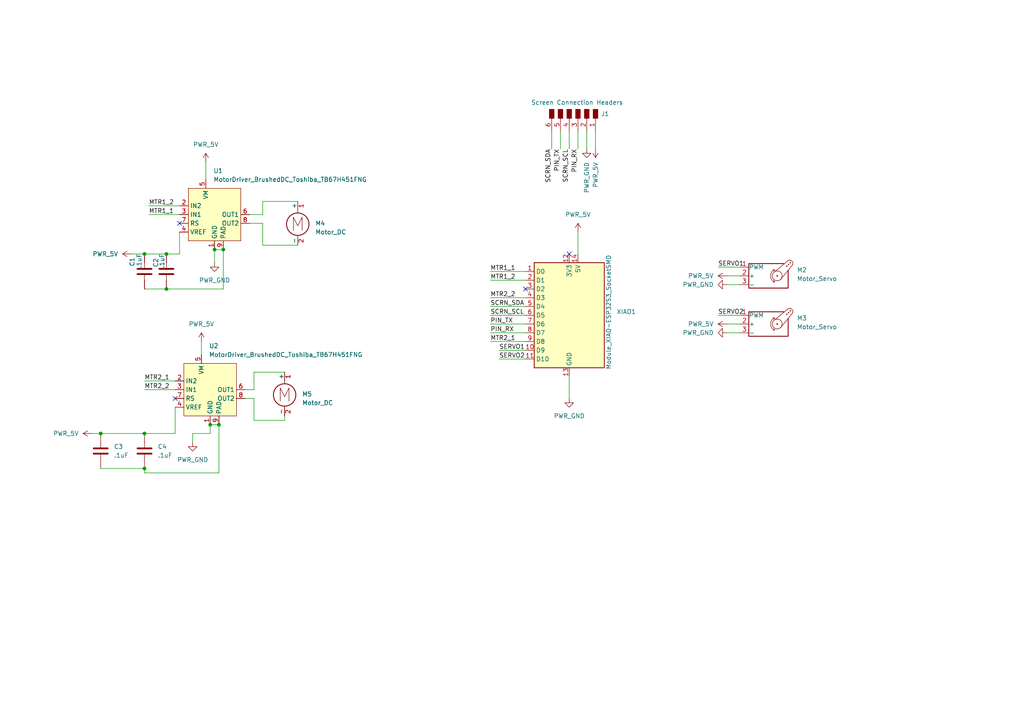
<source format=kicad_sch>
(kicad_sch (version 20231120) (generator "eeschema") (generator_version "8.0")
  (paper "A4")
  (lib_symbols
    (symbol "Motor:Motor_DC" (pin_names (offset 0))
      (property "Reference" "M" (at 2.54 2.54 0))
      (property "Value" "Motor_DC" (at 2.54 -5.08 0))
      (symbol "Motor_DC_0_0"
        (polyline (pts (xy -1.27 -3.302) (xy -1.27 0.508) (xy 0 -2.032) (xy 1.27 0.508) (xy 1.27 -3.302)))
      )
      (symbol "Motor_DC_0_1"
        (circle (center 0 -1.524) (radius 3.2512) (stroke (width 0.254)))
        (polyline (pts (xy 0 -7.62) (xy 0 -7.112)))
        (polyline (pts (xy 0 -4.7752) (xy 0 -5.1816)))
        (polyline (pts (xy 0 1.7272) (xy 0 2.0828)))
        (polyline (pts (xy 0 2.032) (xy 0 2.54)))
      )
      (symbol "Motor_DC_1_1"
        (pin passive line (at 0 5.08 270) (length 2.54) (name "+") (number "1"))
        (pin passive line (at 0 -7.62 90) (length 2.54) (name "-") (number "2"))
      )
    )
    (symbol "Motor:Motor_Servo" (pin_names (offset 0.0254))
      (property "Reference" "M" (at -5.08 4.445 0))
      (property "Value" "Motor_Servo" (at -5.08 -4.064 0))
      (symbol "Motor_Servo_0_1"
        (polyline (pts (xy 2.413 -1.778) (xy 2.032 -1.778)))
        (polyline (pts (xy 2.413 -1.778) (xy 2.286 -1.397)))
        (polyline (pts (xy 2.413 1.778) (xy 1.905 1.778)))
        (polyline (pts (xy 2.413 1.778) (xy 2.286 1.397)))
        (polyline (pts (xy 6.35 4.445) (xy 2.54 1.27)))
        (polyline (pts (xy 7.62 3.175) (xy 4.191 -1.016)))
        (polyline (pts (xy 5.08 3.556) (xy -5.08 3.556) (xy -5.08 -3.556) (xy 6.35 -3.556) (xy 6.35 1.524)) (stroke (width 0.254)))
        (arc (start 2.413 1.778) (mid 1.2406 0) (end 2.413 -1.778))
        (circle (center 3.175 0) (radius 0.1778))
        (circle (center 3.175 0) (radius 1.4224))
        (circle (center 5.969 2.794) (radius 0.127))
        (circle (center 6.477 3.302) (radius 0.127))
        (circle (center 6.985 3.81) (radius 0.127))
        (arc (start 7.62 3.175) (mid 7.4485 4.2735) (end 6.35 4.445))
      )
      (symbol "Motor_Servo_1_1"
        (pin passive line (at -7.62 2.54 0) (length 2.54) (name "PWM") (number "1"))
        (pin passive line (at -7.62 0 0) (length 2.54) (name "+") (number "2"))
        (pin passive line (at -7.62 -2.54 0) (length 2.54) (name "-") (number "3"))
      )
    )
    (symbol "fab:C_1206" (pin_numbers hide)
      (property "Reference" "C" (at 0.635 2.54 0))
      (property "Value" "C_1206" (at 0.635 -2.54 0))
      (symbol "C_1206_0_1"
        (polyline (pts (xy -2.032 -0.762) (xy 2.032 -0.762)) (stroke (width 0.508)))
        (polyline (pts (xy -2.032 0.762) (xy 2.032 0.762)) (stroke (width 0.508)))
        (polyline (pts (xy 0 -0.635) (xy 0 -2.54)))
        (polyline (pts (xy 0 0.635) (xy 0 2.54)))
      )
      (symbol "C_1206_1_1"
        (pin passive line (at 0 5.08 270) (length 2.54) (name "~") (number "1"))
        (pin passive line (at 0 -5.08 90) (length 2.54) (name "~") (number "2"))
      )
    )
    (symbol "fab:Conn_PinHeader_1x06_P2.54mm_Horizontal_SMD" (pin_names hide)
      (property "Reference" "J" (at 0 7.62 0))
      (property "Value" "Conn_PinHeader_1x06_P2.54mm_Horizontal_SMD" (at 0 -10.16 0))
      (symbol "Conn_PinHeader_1x06_P2.54mm_Horizontal_SMD_1_1"
        (rectangle (start -1.27 -6.985) (end 1.27 -8.255) (stroke (width 0.254)) (fill (type outline)))
        (rectangle (start -1.27 -4.445) (end 1.27 -5.715) (stroke (width 0.254)) (fill (type outline)))
        (rectangle (start -1.27 -1.905) (end 1.27 -3.175) (stroke (width 0.254)) (fill (type outline)))
        (rectangle (start -1.27 0.635) (end 1.27 -0.635) (stroke (width 0.254)) (fill (type outline)))
        (rectangle (start -1.27 3.175) (end 1.27 1.905) (stroke (width 0.254)) (fill (type outline)))
        (rectangle (start -1.27 5.715) (end 1.27 4.445) (stroke (width 0.254)) (fill (type outline)))
        (pin passive line (at 5.08 5.08 180) (length 3.81) (name "Pin_1") (number "1"))
        (pin passive line (at 5.08 2.54 180) (length 3.81) (name "Pin_2") (number "2"))
        (pin passive line (at 5.08 0 180) (length 3.81) (name "Pin_3") (number "3"))
        (pin passive line (at 5.08 -2.54 180) (length 3.81) (name "Pin_4") (number "4"))
        (pin passive line (at 5.08 -5.08 180) (length 3.81) (name "Pin_5") (number "5"))
        (pin passive line (at 5.08 -7.62 180) (length 3.81) (name "Pin_6") (number "6"))
      )
    )
    (symbol "fab:Module_XIAO-ESP32S3_SocketSMD"
      (property "Reference" "M" (at -10.16 16.51 0))
      (property "Value" "Module_XIAO-ESP32S3_SocketSMD" (at 3.81 16.51 0))
      (symbol "Module_XIAO-ESP32S3_SocketSMD_1_1"
        (rectangle (start -10.16 15.24) (end 10.16 -15.24) (stroke (width 0.254)) (fill (type background)))
        (pin bidirectional line (at -12.7 12.7 0) (length 2.54) (name "D0") (number "1"))
        (pin bidirectional line (at -12.7 -10.16 0) (length 2.54) (name "D9") (number "10"))
        (pin bidirectional line (at -12.7 -12.7 0) (length 2.54) (name "D10") (number "11"))
        (pin power_in line (at 0 17.78 270) (length 2.54) (name "3V3") (number "12"))
        (pin power_in line (at 0 -17.78 90) (length 2.54) (name "GND") (number "13"))
        (pin power_in line (at 2.54 17.78 270) (length 2.54) (name "5V") (number "14"))
        (pin bidirectional line (at -12.7 10.16 0) (length 2.54) (name "D1") (number "2"))
        (pin bidirectional line (at -12.7 7.62 0) (length 2.54) (name "D2") (number "3"))
        (pin bidirectional line (at -12.7 5.08 0) (length 2.54) (name "D3") (number "4"))
        (pin bidirectional line (at -12.7 2.54 0) (length 2.54) (name "D4") (number "5"))
        (pin bidirectional line (at -12.7 0 0) (length 2.54) (name "D5") (number "6"))
        (pin bidirectional line (at -12.7 -2.54 0) (length 2.54) (name "D6") (number "7"))
        (pin bidirectional line (at -12.7 -5.08 0) (length 2.54) (name "D7") (number "8"))
        (pin bidirectional line (at -12.7 -7.62 0) (length 2.54) (name "D8") (number "9"))
      )
    )
    (symbol "fab:MotorDriver_BrushedDC_Toshiba_TB67H451FNG"
      (property "Reference" "U" (at -7.62 8.89 0))
      (property "Value" "MotorDriver_BrushedDC_Toshiba_TB67H451FNG" (at 1.27 8.89 0))
      (symbol "MotorDriver_BrushedDC_Toshiba_TB67H451FNG_1_1"
        (rectangle (start -7.62 7.62) (end 7.62 -7.62) (fill (type background)))
        (pin power_in line (at 0 -10.16 90) (length 2.54) (name "GND") (number "1"))
        (pin input line (at -10.16 2.54 0) (length 2.54) (name "IN2") (number "2"))
        (pin input line (at -10.16 0 0) (length 2.54) (name "IN1") (number "3"))
        (pin input line (at -10.16 -5.08 0) (length 2.54) (name "VREF") (number "4"))
        (pin power_in line (at -2.54 10.16 270) (length 2.54) (name "VM") (number "5"))
        (pin output line (at 10.16 0 180) (length 2.54) (name "OUT1") (number "6"))
        (pin input line (at -10.16 -2.54 0) (length 2.54) (name "RS") (number "7"))
        (pin output line (at 10.16 -2.54 180) (length 2.54) (name "OUT2") (number "8"))
        (pin power_in line (at 2.54 -10.16 90) (length 2.54) (name "PAD") (number "9"))
      )
    )
    (symbol "fab:PWR_5V" (power) (pin_names (offset 0))
      (property "Value" "PWR_5V" (at 0 3.556 0))
      (symbol "PWR_5V_0_1"
        (polyline (pts (xy -0.762 1.27) (xy 0 2.54)))
        (polyline (pts (xy 0 0) (xy 0 2.54)))
        (polyline (pts (xy 0 2.54) (xy 0.762 1.27)))
      )
      (symbol "PWR_5V_1_1"
        (pin power_in line (at 0 0 90) (length 0) hide (name "PWR_5V") (number "1"))
      )
    )
    (symbol "fab:PWR_GND" (power) (pin_names (offset 0))
      (property "Value" "PWR_GND" (at 0 -3.81 0))
      (symbol "PWR_GND_0_1"
        (polyline (pts (xy 0 0) (xy 0 -1.27) (xy 1.27 -1.27) (xy 0 -2.54) (xy -1.27 -1.27) (xy 0 -1.27)))
      )
      (symbol "PWR_GND_1_1"
        (pin power_in line (at 0 0 270) (length 0) hide (name "PWR_GND") (number "1"))
      )
    )
  )
  (junction (at 41.91 125.73))
  (junction (at 64.77 72.39))
  (junction (at 48.26 83.82))
  (junction (at 63.5 123.19))
  (junction (at 62.23 72.39))
  (junction (at 48.26 73.66))
  (junction (at 41.91 135.89))
  (junction (at 60.96 123.19))
  (junction (at 41.91 73.66))
  (junction (at 29.21 125.73))
  (no_connect (at 52.07 64.77))
  (no_connect (at 152.4 83.82))
  (no_connect (at 50.8 115.57))
  (no_connect (at 165.1 73.66))
  (wire (pts (xy 210.82 93.98) (xy 214.63 93.98)))
  (wire (pts (xy 142.24 86.36) (xy 152.4 86.36)))
  (wire (pts (xy 142.24 91.44) (xy 152.4 91.44)))
  (wire (pts (xy 73.66 107.95) (xy 82.55 107.95)))
  (wire (pts (xy 76.2 58.42) (xy 86.36 58.42)))
  (wire (pts (xy 144.78 104.14) (xy 152.4 104.14)))
  (wire (pts (xy 172.72 38.1) (xy 172.72 43.18)))
  (wire (pts (xy 72.39 64.77) (xy 76.2 64.77)))
  (wire (pts (xy 72.39 62.23) (xy 76.2 62.23)))
  (wire (pts (xy 29.21 135.89) (xy 41.91 135.89)))
  (wire (pts (xy 52.07 67.31) (xy 52.07 73.66)))
  (wire (pts (xy 41.91 125.73) (xy 50.8 125.73)))
  (wire (pts (xy 142.24 88.9) (xy 152.4 88.9)))
  (wire (pts (xy 144.78 101.6) (xy 152.4 101.6)))
  (wire (pts (xy 55.88 125.73) (xy 60.96 125.73)))
  (wire (pts (xy 167.64 38.1) (xy 167.64 43.18)))
  (wire (pts (xy 142.24 81.28) (xy 152.4 81.28)))
  (wire (pts (xy 71.12 113.03) (xy 73.66 113.03)))
  (wire (pts (xy 142.24 93.98) (xy 152.4 93.98)))
  (wire (pts (xy 73.66 115.57) (xy 73.66 121.92)))
  (wire (pts (xy 62.23 72.39) (xy 64.77 72.39)))
  (wire (pts (xy 142.24 96.52) (xy 152.4 96.52)))
  (wire (pts (xy 38.1 73.66) (xy 41.91 73.66)))
  (wire (pts (xy 43.18 62.23) (xy 52.07 62.23)))
  (wire (pts (xy 41.91 73.66) (xy 48.26 73.66)))
  (wire (pts (xy 52.07 73.66) (xy 48.26 73.66)))
  (wire (pts (xy 76.2 64.77) (xy 76.2 71.12)))
  (wire (pts (xy 60.96 123.19) (xy 63.5 123.19)))
  (wire (pts (xy 41.91 113.03) (xy 50.8 113.03)))
  (wire (pts (xy 76.2 71.12) (xy 86.36 71.12)))
  (wire (pts (xy 142.24 78.74) (xy 152.4 78.74)))
  (wire (pts (xy 162.56 38.1) (xy 162.56 43.18)))
  (wire (pts (xy 73.66 121.92) (xy 82.55 121.92)))
  (wire (pts (xy 62.23 76.2) (xy 62.23 72.39)))
  (wire (pts (xy 210.82 82.55) (xy 214.63 82.55)))
  (wire (pts (xy 60.96 123.19) (xy 60.96 125.73)))
  (wire (pts (xy 82.55 121.92) (xy 82.55 120.65)))
  (wire (pts (xy 41.91 110.49) (xy 50.8 110.49)))
  (wire (pts (xy 64.77 83.82) (xy 48.26 83.82)))
  (wire (pts (xy 50.8 118.11) (xy 50.8 125.73)))
  (wire (pts (xy 41.91 83.82) (xy 48.26 83.82)))
  (wire (pts (xy 43.18 59.69) (xy 52.07 59.69)))
  (wire (pts (xy 71.12 115.57) (xy 73.66 115.57)))
  (wire (pts (xy 29.21 125.73) (xy 41.91 125.73)))
  (wire (pts (xy 59.69 46.99) (xy 59.69 52.07)))
  (wire (pts (xy 58.42 99.06) (xy 58.42 102.87)))
  (wire (pts (xy 210.82 96.52) (xy 214.63 96.52)))
  (wire (pts (xy 26.67 125.73) (xy 29.21 125.73)))
  (wire (pts (xy 165.1 38.1) (xy 165.1 43.18)))
  (wire (pts (xy 73.66 113.03) (xy 73.66 107.95)))
  (wire (pts (xy 170.18 38.1) (xy 170.18 43.18)))
  (wire (pts (xy 63.5 123.19) (xy 63.5 137.16)))
  (wire (pts (xy 210.82 80.01) (xy 214.63 80.01)))
  (wire (pts (xy 167.64 67.31) (xy 167.64 73.66)))
  (wire (pts (xy 208.28 77.47) (xy 214.63 77.47)))
  (wire (pts (xy 165.1 109.22) (xy 165.1 115.57)))
  (wire (pts (xy 64.77 72.39) (xy 64.77 83.82)))
  (wire (pts (xy 76.2 62.23) (xy 76.2 58.42)))
  (wire (pts (xy 55.88 128.27) (xy 55.88 125.73)))
  (wire (pts (xy 41.91 137.16) (xy 41.91 135.89)))
  (wire (pts (xy 160.02 38.1) (xy 160.02 43.18)))
  (wire (pts (xy 208.28 91.44) (xy 214.63 91.44)))
  (wire (pts (xy 63.5 137.16) (xy 41.91 137.16)))
  (wire (pts (xy 142.24 99.06) (xy 152.4 99.06)))
  (label "PIN_RX" (at 167.64 43.18 270))
  (label "MTR2_1" (at 142.24 99.06 0))
  (label "SERVO2" (at 144.78 104.14 0))
  (label "MTR2_2" (at 41.91 113.03 0))
  (label "PIN_TX" (at 142.24 93.98 0))
  (label "SCRN_SDA" (at 142.24 88.9 0))
  (label "SCRN_SCL" (at 165.1 43.18 270))
  (label "MTR1_1" (at 142.24 78.74 0))
  (label "MTR2_2" (at 142.24 86.36 0))
  (label "PIN_RX" (at 142.24 96.52 0))
  (label "MTR1_2" (at 142.24 81.28 0))
  (label "SERVO1" (at 144.78 101.6 0))
  (label "SCRN_SCL" (at 142.24 91.44 0))
  (label "MTR2_1" (at 41.91 110.49 0))
  (label "SERVO2" (at 208.28 91.44 0))
  (label "SERVO1" (at 208.28 77.47 0))
  (label "MTR1_2" (at 43.18 59.69 0))
  (label "SCRN_SDA" (at 160.02 43.18 270))
  (label "MTR1_1" (at 43.18 62.23 0))
  (label "PIN_TX" (at 162.56 43.18 270))
  (symbol (lib_id "fab:PWR_5V") (at 38.1 73.66 90) (unit 1)
    (property "Reference" "#PWR011" (effects (hide yes)))
    (property "Value" "PWR_5V" (at 34.29 73.6599 90) (effects (justify left)))
    (property "Description" "Power symbol creates a global label with name \"+5V\"" (effects (hide yes)))
  )
  (symbol (lib_id "fab:PWR_5V") (at 58.42 99.06 0) (unit 1)
    (property "Reference" "#PWR012" (effects (hide yes)))
    (property "Value" "PWR_5V" (at 58.42 93.98 0))
    (property "Description" "Power symbol creates a global label with name \"+5V\"" (effects (hide yes)))
  )
  (symbol (lib_id "fab:PWR_5V") (at 210.82 80.01 90) (unit 1)
    (property "Reference" "#PWR03" (effects (hide yes)))
    (property "Value" "PWR_5V" (at 207.01 80.0099 90) (effects (justify left)))
    (property "Description" "Power symbol creates a global label with name \"+5V\"" (effects (hide yes)))
  )
  (symbol (lib_id "fab:PWR_GND") (at 210.82 96.52 270) (unit 1)
    (property "Reference" "#PWR05" (effects (hide yes)))
    (property "Value" "PWR_GND" (at 207.01 96.5199 90) (effects (justify right)))
    (property "Description" "Power symbol creates a global label with name \"GND\" , ground" (effects (hide yes)))
  )
  (symbol (lib_id "fab:PWR_GND") (at 165.1 115.57 0) (unit 1)
    (property "Reference" "#PWR02" (effects (hide yes)))
    (property "Value" "PWR_GND" (at 165.1 120.65 0))
    (property "Description" "Power symbol creates a global label with name \"GND\" , ground" (effects (hide yes)))
  )
  (symbol (lib_id "fab:PWR_5V") (at 59.69 46.99 0) (unit 1)
    (property "Reference" "#PWR09" (effects (hide yes)))
    (property "Value" "PWR_5V" (at 59.69 41.91 0))
    (property "Description" "Power symbol creates a global label with name \"+5V\"" (effects (hide yes)))
  )
  (symbol (lib_id "fab:PWR_GND") (at 210.82 82.55 270) (unit 1)
    (property "Reference" "#PWR06" (effects (hide yes)))
    (property "Value" "PWR_GND" (at 207.01 82.5499 90) (effects (justify right)))
    (property "Description" "Power symbol creates a global label with name \"GND\" , ground" (effects (hide yes)))
  )
  (symbol (lib_id "fab:C_1206") (at 48.26 78.74 0) (unit 1)
    (property "Reference" "C2" (at 45.212 76.2 90))
    (property "Value" ".1uF" (at 46.99 75.692 90))
    (property "Footprint" "fab:C_1206" (effects (hide yes)))
    (property "Datasheet" "https://www.yageo.com/upload/media/product/productsearch/datasheet/mlcc/UPY-GP_NP0_16V-to-50V_18.pdf" (effects (hide yes)))
    (property "Description" "Unpolarized capacitor, SMD, 1206" (effects (hide yes)))
  )
  (symbol (lib_id "fab:PWR_GND") (at 55.88 128.27 0) (unit 1)
    (property "Reference" "#PWR013" (effects (hide yes)))
    (property "Value" "PWR_GND" (at 55.88 133.35 0))
    (property "Description" "Power symbol creates a global label with name \"GND\" , ground" (effects (hide yes)))
  )
  (symbol (lib_id "fab:PWR_5V") (at 167.64 67.31 0) (unit 1)
    (property "Reference" "#PWR01" (effects (hide yes)))
    (property "Value" "PWR_5V" (at 167.64 62.23 0))
    (property "Description" "Power symbol creates a global label with name \"+5V\"" (effects (hide yes)))
  )
  (symbol (lib_id "Motor:Motor_Servo") (at 222.25 93.98 0) (unit 1)
    (property "Reference" "M3" (at 231.14 92.2765 0) (effects (justify left)))
    (property "Value" "Motor_Servo" (at 231.14 94.8165 0) (effects (justify left)))
    (property "Footprint" "fab:PinSocket_1x03_P2.54mm_Vertical_SMD" (effects (hide yes)))
    (property "Datasheet" "http://forums.parallax.com/uploads/attachments/46831/74481.png" (effects (hide yes)))
    (property "Description" "Servo Motor (Futaba, HiTec, JR connector)" (effects (hide yes)))
  )
  (symbol (lib_id "fab:Module_XIAO-ESP32S3_SocketSMD") (at 165.1 91.44 0) (unit 1)
    (property "Reference" "XIAO1" (at 178.816 90.424 0) (effects (justify left)))
    (property "Value" "Module_XIAO-ESP32S3_SocketSMD" (at 176.53 107.188 90) (effects (justify left)))
    (property "Footprint" "fab:SeeedStudio_XIAO_SocketSMD" (effects (hide yes)))
    (property "Datasheet" "https://wiki.seeedstudio.com/xiao_esp32s3_getting_started/" (effects (hide yes)))
    (property "Description" "ESP32-C3 Transceiver; 802.11 a/b/g/n (Wi-Fi, WiFi, WLAN), Bluetooth® Smart 4.x Low Energy (BLE) 2.4GHz Evaluation Board" (effects (hide yes)))
  )
  (symbol (lib_id "Motor:Motor_DC") (at 82.55 113.03 0) (unit 1)
    (property "Reference" "M5" (at 87.63 114.2999 0) (effects (justify left)))
    (property "Value" "Motor_DC" (at 87.63 116.8399 0) (effects (justify left)))
    (property "Footprint" "fab:PinSocket_1x02_P2.54mm_Vertical_SMD" (effects (hide yes)))
    (property "Description" "DC Motor" (effects (hide yes)))
  )
  (symbol (lib_id "fab:PWR_5V") (at 172.72 43.18 180) (unit 1)
    (property "Reference" "#PWR07" (effects (hide yes)))
    (property "Value" "PWR_5V" (at 172.7201 46.99 90) (effects (justify left)))
    (property "Description" "Power symbol creates a global label with name \"+5V\"" (effects (hide yes)))
  )
  (symbol (lib_id "fab:Conn_PinHeader_1x06_P2.54mm_Horizontal_SMD") (at 167.64 33.02 270) (unit 1)
    (property "Reference" "J1" (at 175.514 33.02 90))
    (property "Value" "Screen Connection Headers" (at 167.386 29.718 90))
    (property "Footprint" "fab:PinHeader_1x06_P2.54mm_Horizontal_SMD" (effects (hide yes)))
    (property "Datasheet" "https://gct.co/files/specs/2.54mm-socket-spec.pdf" (effects (hide yes)))
    (property "Description" "Male connector, single row" (effects (hide yes)))
  )
  (symbol (lib_id "fab:PWR_5V") (at 26.67 125.73 90) (unit 1)
    (property "Reference" "#PWR014" (effects (hide yes)))
    (property "Value" "PWR_5V" (at 22.86 125.7299 90) (effects (justify left)))
    (property "Description" "Power symbol creates a global label with name \"+5V\"" (effects (hide yes)))
  )
  (symbol (lib_id "fab:MotorDriver_BrushedDC_Toshiba_TB67H451FNG") (at 60.96 113.03 0) (unit 1)
    (property "Reference" "U2" (at 60.6141 100.33 0) (effects (justify left)))
    (property "Value" "MotorDriver_BrushedDC_Toshiba_TB67H451FNG" (at 60.6141 102.87 0) (effects (justify left)))
    (property "Footprint" "fab:HSOP-8" (effects (hide yes)))
    (property "Datasheet" "https://toshiba.semicon-storage.com/info/TB67H451FNG_datasheet_en_20201126.pdf?did=68598&prodName=TB67H451FNG" (effects (hide yes)))
    (property "Description" "50V/3A BRUSHED MOTOR DRIVER Toshiba TB67H451FNG,EL" (effects (hide yes)))
  )
  (symbol (lib_id "Motor:Motor_DC") (at 86.36 63.5 0) (unit 1)
    (property "Reference" "M4" (at 91.44 64.7699 0) (effects (justify left)))
    (property "Value" "Motor_DC" (at 91.44 67.3099 0) (effects (justify left)))
    (property "Footprint" "fab:PinSocket_1x02_P2.54mm_Vertical_SMD" (effects (hide yes)))
    (property "Description" "DC Motor" (effects (hide yes)))
  )
  (symbol (lib_id "fab:PWR_5V") (at 210.82 93.98 90) (unit 1)
    (property "Reference" "#PWR04" (effects (hide yes)))
    (property "Value" "PWR_5V" (at 207.01 93.9799 90) (effects (justify left)))
    (property "Description" "Power symbol creates a global label with name \"+5V\"" (effects (hide yes)))
  )
  (symbol (lib_id "Motor:Motor_Servo") (at 222.25 80.01 0) (unit 1)
    (property "Reference" "M2" (at 231.14 78.3065 0) (effects (justify left)))
    (property "Value" "Motor_Servo" (at 231.14 80.8465 0) (effects (justify left)))
    (property "Footprint" "fab:PinSocket_1x03_P2.54mm_Vertical_SMD" (effects (hide yes)))
    (property "Datasheet" "http://forums.parallax.com/uploads/attachments/46831/74481.png" (effects (hide yes)))
    (property "Description" "Servo Motor (Futaba, HiTec, JR connector)" (effects (hide yes)))
  )
  (symbol (lib_id "fab:C_1206") (at 41.91 78.74 0) (unit 1)
    (property "Reference" "C1" (at 38.354 75.946 90))
    (property "Value" ".1uF" (at 40.386 75.692 90))
    (property "Footprint" "fab:C_1206" (effects (hide yes)))
    (property "Datasheet" "https://www.yageo.com/upload/media/product/productsearch/datasheet/mlcc/UPY-GP_NP0_16V-to-50V_18.pdf" (effects (hide yes)))
    (property "Description" "Unpolarized capacitor, SMD, 1206" (effects (hide yes)))
  )
  (symbol (lib_id "fab:MotorDriver_BrushedDC_Toshiba_TB67H451FNG") (at 62.23 62.23 0) (unit 1)
    (property "Reference" "U1" (at 61.8841 49.53 0) (effects (justify left)))
    (property "Value" "MotorDriver_BrushedDC_Toshiba_TB67H451FNG" (at 61.8841 52.07 0) (effects (justify left)))
    (property "Footprint" "fab:HSOP-8" (effects (hide yes)))
    (property "Datasheet" "https://toshiba.semicon-storage.com/info/TB67H451FNG_datasheet_en_20201126.pdf?did=68598&prodName=TB67H451FNG" (effects (hide yes)))
    (property "Description" "50V/3A BRUSHED MOTOR DRIVER Toshiba TB67H451FNG,EL" (effects (hide yes)))
  )
  (symbol (lib_id "fab:PWR_GND") (at 170.18 43.18 0) (unit 1)
    (property "Reference" "#PWR08" (effects (hide yes)))
    (property "Value" "PWR_GND" (at 170.1801 46.99 90) (effects (justify right)))
    (property "Description" "Power symbol creates a global label with name \"GND\" , ground" (effects (hide yes)))
  )
  (symbol (lib_id "fab:PWR_GND") (at 62.23 76.2 0) (unit 1)
    (property "Reference" "#PWR010" (effects (hide yes)))
    (property "Value" "PWR_GND" (at 62.23 81.28 0))
    (property "Description" "Power symbol creates a global label with name \"GND\" , ground" (effects (hide yes)))
  )
  (symbol (lib_id "fab:C_1206") (at 41.91 130.81 0) (unit 1)
    (property "Reference" "C4" (at 45.72 129.5399 0) (effects (justify left)))
    (property "Value" ".1uF" (at 45.72 132.0799 0) (effects (justify left)))
    (property "Footprint" "fab:C_1206" (effects (hide yes)))
    (property "Datasheet" "https://www.yageo.com/upload/media/product/productsearch/datasheet/mlcc/UPY-GP_NP0_16V-to-50V_18.pdf" (effects (hide yes)))
    (property "Description" "Unpolarized capacitor, SMD, 1206" (effects (hide yes)))
  )
  (symbol (lib_id "fab:C_1206") (at 29.21 130.81 0) (unit 1)
    (property "Reference" "C3" (at 33.02 129.5399 0) (effects (justify left)))
    (property "Value" ".1uF" (at 33.02 132.0799 0) (effects (justify left)))
    (property "Footprint" "fab:C_1206" (effects (hide yes)))
    (property "Datasheet" "https://www.yageo.com/upload/media/product/productsearch/datasheet/mlcc/UPY-GP_NP0_16V-to-50V_18.pdf" (effects (hide yes)))
    (property "Description" "Unpolarized capacitor, SMD, 1206" (effects (hide yes)))
  )
)
</source>
